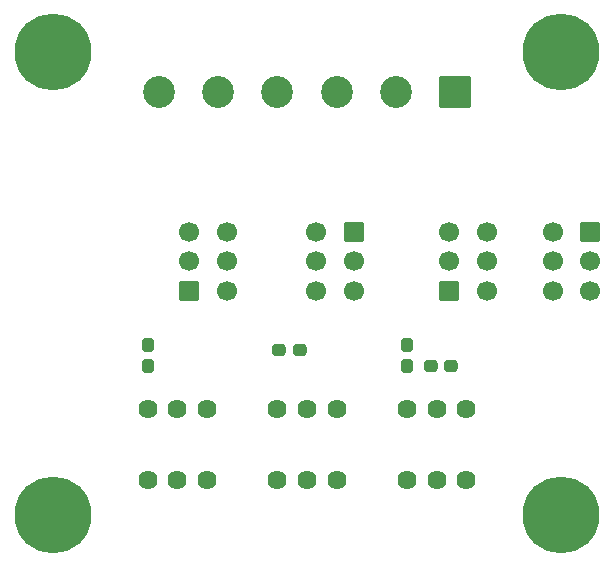
<source format=gbr>
%TF.GenerationSoftware,KiCad,Pcbnew,(6.0.4-0)*%
%TF.CreationDate,2023-06-16T16:22:12+02:00*%
%TF.ProjectId,EOL,454f4c2e-6b69-4636-9164-5f7063625858,rev?*%
%TF.SameCoordinates,Original*%
%TF.FileFunction,Soldermask,Top*%
%TF.FilePolarity,Negative*%
%FSLAX46Y46*%
G04 Gerber Fmt 4.6, Leading zero omitted, Abs format (unit mm)*
G04 Created by KiCad (PCBNEW (6.0.4-0)) date 2023-06-16 16:22:12*
%MOMM*%
%LPD*%
G01*
G04 APERTURE LIST*
G04 Aperture macros list*
%AMRoundRect*
0 Rectangle with rounded corners*
0 $1 Rounding radius*
0 $2 $3 $4 $5 $6 $7 $8 $9 X,Y pos of 4 corners*
0 Add a 4 corners polygon primitive as box body*
4,1,4,$2,$3,$4,$5,$6,$7,$8,$9,$2,$3,0*
0 Add four circle primitives for the rounded corners*
1,1,$1+$1,$2,$3*
1,1,$1+$1,$4,$5*
1,1,$1+$1,$6,$7*
1,1,$1+$1,$8,$9*
0 Add four rect primitives between the rounded corners*
20,1,$1+$1,$2,$3,$4,$5,0*
20,1,$1+$1,$4,$5,$6,$7,0*
20,1,$1+$1,$6,$7,$8,$9,0*
20,1,$1+$1,$8,$9,$2,$3,0*%
G04 Aperture macros list end*
%ADD10C,0.900000*%
%ADD11C,6.500000*%
%ADD12RoundRect,0.287500X0.287500X0.237500X-0.287500X0.237500X-0.287500X-0.237500X0.287500X-0.237500X0*%
%ADD13RoundRect,0.287500X0.237500X-0.287500X0.237500X0.287500X-0.237500X0.287500X-0.237500X-0.287500X0*%
%ADD14RoundRect,0.050000X-0.800000X0.800000X-0.800000X-0.800000X0.800000X-0.800000X0.800000X0.800000X0*%
%ADD15C,1.700000*%
%ADD16RoundRect,0.050000X0.800000X-0.800000X0.800000X0.800000X-0.800000X0.800000X-0.800000X-0.800000X0*%
%ADD17C,1.624000*%
%ADD18RoundRect,0.050000X1.300000X1.300000X-1.300000X1.300000X-1.300000X-1.300000X1.300000X-1.300000X0*%
%ADD19C,2.700000*%
G04 APERTURE END LIST*
D10*
%TO.C,H1*%
X18000000Y-50600000D03*
D11*
X18000000Y-53000000D03*
D10*
X18000000Y-55400000D03*
X16302944Y-51302944D03*
X20400000Y-53000000D03*
X19697056Y-51302944D03*
X15600000Y-53000000D03*
X19697056Y-54697056D03*
X16302944Y-54697056D03*
%TD*%
%TO.C,H2*%
X61000000Y-11350000D03*
X62697056Y-12052944D03*
X59302944Y-12052944D03*
X59302944Y-15447056D03*
X61000000Y-16150000D03*
D11*
X61000000Y-13750000D03*
D10*
X63400000Y-13750000D03*
X58600000Y-13750000D03*
X62697056Y-15447056D03*
%TD*%
%TO.C,H3*%
X18000000Y-11350000D03*
X15600000Y-13750000D03*
D11*
X18000000Y-13750000D03*
D10*
X19697056Y-15447056D03*
X18000000Y-16150000D03*
X16302944Y-15447056D03*
X16302944Y-12052944D03*
X20400000Y-13750000D03*
X19697056Y-12052944D03*
%TD*%
%TO.C,H4*%
X61000000Y-50600000D03*
X61000000Y-55400000D03*
X62697056Y-54697056D03*
X59302944Y-51302944D03*
D11*
X61000000Y-53000000D03*
D10*
X58600000Y-53000000D03*
X63400000Y-53000000D03*
X59302944Y-54697056D03*
X62697056Y-51302944D03*
%TD*%
D12*
%TO.C,R1*%
X38875000Y-39000000D03*
X37125000Y-39000000D03*
%TD*%
D13*
%TO.C,R2*%
X48000000Y-40375000D03*
X48000000Y-38625000D03*
%TD*%
%TO.C,R3*%
X26000000Y-40375000D03*
X26000000Y-38625000D03*
%TD*%
D12*
%TO.C,R4*%
X51725000Y-40400000D03*
X49975000Y-40400000D03*
%TD*%
D14*
%TO.C,SW1*%
X43500000Y-29000000D03*
D15*
X43500000Y-31500000D03*
X43500000Y-34000000D03*
X40300000Y-29000000D03*
X40300000Y-31500000D03*
X40300000Y-34000000D03*
%TD*%
D16*
%TO.C,SW2*%
X51500000Y-34000000D03*
D15*
X51500000Y-31500000D03*
X51500000Y-29000000D03*
X54700000Y-34000000D03*
X54700000Y-31500000D03*
X54700000Y-29000000D03*
%TD*%
D16*
%TO.C,SW3*%
X29500000Y-34000000D03*
D15*
X29500000Y-31500000D03*
X29500000Y-29000000D03*
X32700000Y-34000000D03*
X32700000Y-31500000D03*
X32700000Y-29000000D03*
%TD*%
D14*
%TO.C,SW4*%
X63500000Y-29000000D03*
D15*
X63500000Y-31500000D03*
X63500000Y-34000000D03*
X60300000Y-29000000D03*
X60300000Y-31500000D03*
X60300000Y-34000000D03*
%TD*%
D17*
%TO.C,SW5*%
X42000000Y-44000000D03*
X37000000Y-44000000D03*
X39500000Y-44000000D03*
X37000000Y-50000000D03*
X42000000Y-50000000D03*
X39500000Y-50000000D03*
%TD*%
%TO.C,SW6*%
X53000000Y-44000000D03*
X48000000Y-44000000D03*
X50500000Y-44000000D03*
X48000000Y-50000000D03*
X53000000Y-50000000D03*
X50500000Y-50000000D03*
%TD*%
%TO.C,SW7*%
X31000000Y-44000000D03*
X26000000Y-44000000D03*
X28500000Y-44000000D03*
X26000000Y-50000000D03*
X31000000Y-50000000D03*
X28500000Y-50000000D03*
%TD*%
D18*
%TO.C,J1*%
X52000000Y-17195000D03*
D19*
X47000000Y-17195000D03*
X42000000Y-17195000D03*
X37000000Y-17195000D03*
X32000000Y-17195000D03*
X27000000Y-17195000D03*
%TD*%
M02*

</source>
